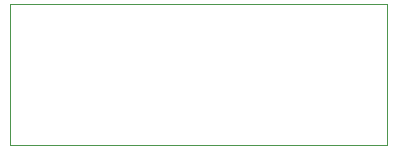
<source format=gbr>
G04 #@! TF.FileFunction,Profile,NP*
%FSLAX46Y46*%
G04 Gerber Fmt 4.6, Leading zero omitted, Abs format (unit mm)*
G04 Created by KiCad (PCBNEW 0.201411101246+5259~19~ubuntu14.04.1-product) date mar 18 nov 2014 21:31:49 CET*
%MOMM*%
G01*
G04 APERTURE LIST*
%ADD10C,0.020000*%
%ADD11C,0.010000*%
G04 APERTURE END LIST*
D10*
D11*
X167900000Y-187850000D02*
X135900000Y-187850000D01*
X135900000Y-175850000D02*
X167900000Y-175850000D01*
X167900000Y-187850000D02*
X167900000Y-175850000D01*
X135900000Y-187850000D02*
X135900000Y-175850000D01*
M02*

</source>
